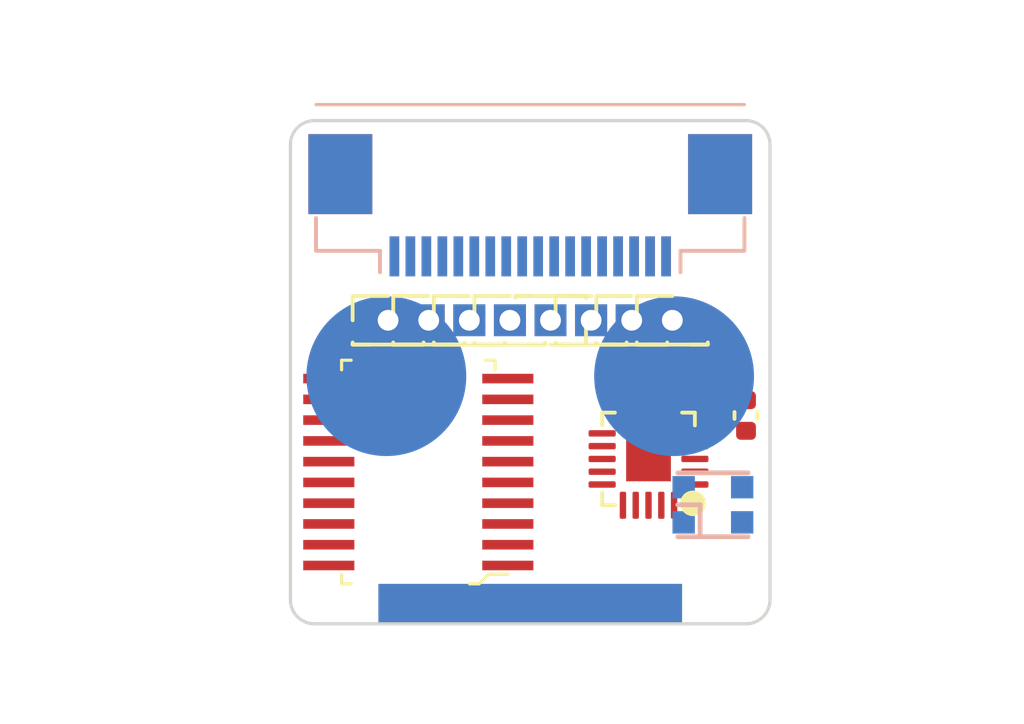
<source format=kicad_pcb>
(kicad_pcb (version 20221018) (generator pcbnew)
  (layers (0 "F.Cu" signal "Front") (1 "In1.Cu" signal) (2 "In2.Cu" signal) (31 "B.Cu" signal "Back") (34 "B.Paste" user) (35 "F.Paste" user) (36 "B.SilkS" user "B.Silkscreen") (37 "F.SilkS" user "F.Silkscreen") (38 "B.Mask" user) (39 "F.Mask" user) (44 "Edge.Cuts" user))
  (net 0 "")
  (net 1 "GND")
  (net 2 "/Vcap")
  (net 47 "LED_OUT")
  (net 48 "LED_IN")
  (net 49 "+3.3V")
  (footprint "Connector_PinHeader_1.27mm:PinHeader_1x01_P1.27mm_Vertical" (layer "F.Cu") (at 96.825 103.75)
    (fp_text reference "J5" hide)
    (fp_text value "Conn_01x01_Pin" hide)
    (fp_line (start -1.11 -0.76) (end 0 -0.76) (stroke (width 0.12)) (layer "F.SilkS"))
    (fp_line (start -1.11 0) (end -1.11 -0.76) (stroke (width 0.12)) (layer "F.SilkS"))
    (fp_line (start -1.11 0.76) (end -1.11 0.695) (stroke (width 0.12)) (layer "F.SilkS"))
    (fp_line (start -1.11 0.76) (end -0.563471 0.76) (stroke (width 0.12)) (layer "F.SilkS"))
    (fp_line (start -1.11 0.76) (end 1.11 0.76) (stroke (width 0.12)) (layer "F.SilkS"))
    (fp_line (start 0.563471 0.76) (end 1.11 0.76) (stroke (width 0.12)) (layer "F.SilkS"))
    (fp_line (start 1.11 0.76) (end 1.11 0.695) (stroke (width 0.12)) (layer "F.SilkS"))
    (pad "1" thru_hole rect (at 0 0) (size 1 1) (drill 0.65) (layers "*.Cu" "*.Mask"))
  )
  (footprint "00_custom-footprints:QFN-20-1EP_3x3mm_P0.4mm_EP1.4x1.4mm" (layer "F.Cu") (at 103.7 108.09 180)
    (fp_text reference "U1" hide)
    (fp_text value "HC32L110C6UA" hide)
    (fp_line (start -1.45 1.45) (end -1.45 1.05) (stroke (width 0.12)) (layer "F.SilkS"))
    (fp_line (start -1.05 1.45) (end -1.45 1.45) (stroke (width 0.12)) (layer "F.SilkS"))
    (fp_line (start 1.05 -1.45) (end 1.45 -1.45) (stroke (width 0.12)) (layer "F.SilkS"))
    (fp_line (start 1.45 -1.45) (end 1.45 -1.05) (stroke (width 0.12)) (layer "F.SilkS"))
    (fp_line (start 1.45 1.05) (end 1.45 1.45) (stroke (width 0.12)) (layer "F.SilkS"))
    (fp_line (start 1.45 1.45) (end 1.05 1.45) (stroke (width 0.12)) (layer "F.SilkS"))
    (fp_circle (center -1.39 -1.39) (end -0.99 -1.39) (fill solid) (layer "F.SilkS"))
    (pad "1" smd roundrect (at -1.45 -0.8 180) (size 0.85 0.2) (layers "F.Cu" "F.Paste" "F.Mask"))
    (pad "2" smd roundrect (at -1.45 -0.4 180) (size 0.85 0.2) (layers "F.Cu" "F.Paste" "F.Mask"))
    (pad "3" smd roundrect (at -1.45 0 180) (size 0.85 0.2) (layers "F.Cu" "F.Paste" "F.Mask"))
    (pad "4" smd roundrect (at -1.45 0.4 180) (size 0.85 0.2) (layers "F.Cu" "F.Paste" "F.Mask") (net 1 "GND"))
    (pad "5" smd roundrect (at -1.45 0.8 180) (size 0.85 0.2) (layers "F.Cu" "F.Paste" "F.Mask") (net 2 "/Vcap"))
    (pad "6" smd roundrect (at -0.8 1.45 180) (size 0.2 0.85) (layers "F.Cu" "F.Paste" "F.Mask") (net 49 "+3.3V"))
    (pad "7" smd roundrect (at -0.4 1.45 180) (size 0.2 0.85) (layers "F.Cu" "F.Paste" "F.Mask"))
    (pad "8" smd roundrect (at 0 1.45 180) (size 0.2 0.85) (layers "F.Cu" "F.Paste" "F.Mask"))
    (pad "9" smd roundrect (at 0.4 1.45 180) (size 0.2 0.85) (layers "F.Cu" "F.Paste" "F.Mask"))
    (pad "10" smd roundrect (at 0.8 1.45 180) (size 0.2 0.85) (layers "F.Cu" "F.Paste" "F.Mask"))
    (pad "11" smd roundrect (at 1.45 0.8 180) (size 0.85 0.2) (layers "F.Cu" "F.Paste" "F.Mask"))
    (pad "12" smd roundrect (at 1.45 0.4 180) (size 0.85 0.2) (layers "F.Cu" "F.Paste" "F.Mask"))
    (pad "13" smd roundrect (at 1.45 0 180) (size 0.85 0.2) (layers "F.Cu" "F.Paste" "F.Mask"))
    (pad "14" smd roundrect (at 1.45 -0.4 180) (size 0.85 0.2) (layers "F.Cu" "F.Paste" "F.Mask"))
    (pad "15" smd roundrect (at 1.45 -0.8 180) (size 0.85 0.2) (layers "F.Cu" "F.Paste" "F.Mask"))
    (pad "16" smd roundrect (at 0.8 -1.45 180) (size 0.2 0.85) (layers "F.Cu" "F.Paste" "F.Mask"))
    (pad "17" smd roundrect (at 0.4 -1.45 180) (size 0.2 0.85) (layers "F.Cu" "F.Paste" "F.Mask"))
    (pad "18" smd roundrect (at 0 -1.45 180) (size 0.2 0.85) (layers "F.Cu" "F.Paste" "F.Mask"))
    (pad "19" smd roundrect (at -0.4 -1.45 180) (size 0.2 0.85) (layers "F.Cu" "F.Paste" "F.Mask"))
    (pad "20" smd roundrect (at -0.8 -1.45 180) (size 0.2 0.85) (layers "F.Cu" "F.Paste" "F.Mask"))
    (pad "21" smd rect (at 0 0 180) (size 1.4 1.4) (layers "F.Cu" "F.Mask") (net 1 "GND"))
  )
  (footprint "Capacitor_SMD:C_0402_1005Metric" (layer "F.Cu") (at 106.75 106.73 -90)
    (fp_text reference "C1" hide)
    (fp_text value "4.7uF" hide)
    (fp_line (start -0.107836 -0.36) (end 0.107836 -0.36) (stroke (width 0.12)) (layer "F.SilkS"))
    (fp_line (start -0.107836 0.36) (end 0.107836 0.36) (stroke (width 0.12)) (layer "F.SilkS"))
    (pad "1" smd roundrect (at -0.48 0 270) (size 0.56 0.62) (layers "F.Cu" "F.Paste" "F.Mask") (net 1 "GND"))
    (pad "2" smd roundrect (at 0.48 0 270) (size 0.56 0.62) (layers "F.Cu" "F.Paste" "F.Mask") (net 2 "/Vcap"))
  )
  (footprint "Connector_FFC-FPC:XUNPU_FPC_05F_18P_H20" (layer "F.Cu") (at 100 101.75 180)
    (fp_text reference "J4" hide)
    (fp_text value "XF2J-1824-12A" hide)
    (fp_line (start -6.7 0.175) (end -6.7 1.2) (stroke (width 0.12)) (layer "F.SilkS"))
    (fp_line (start -6.7 4.75) (end 6.7 4.75) (stroke (width 0.1)) (layer "F.SilkS"))
    (fp_line (start -4.7 0.175) (end -6.7 0.175) (stroke (width 0.12)) (layer "F.SilkS"))
    (fp_line (start -4.7 0.175) (end -4.7 -0.5) (stroke (width 0.12)) (layer "F.SilkS"))
    (fp_line (start 4.7 0.175) (end 4.7 -0.5) (stroke (width 0.12)) (layer "F.SilkS"))
    (fp_line (start 4.7 0.175) (end 6.7 0.175) (stroke (width 0.12)) (layer "F.SilkS"))
    (fp_line (start 6.7 0.175) (end 6.7 1.2) (stroke (width 0.12)) (layer "F.SilkS"))
    (pad "1" smd rect (at -4.25 0 180) (size 0.3 1.25) (layers "F.Cu" "F.Paste" "F.Mask"))
    (pad "2" smd rect (at -3.75 0 180) (size 0.3 1.25) (layers "F.Cu" "F.Paste" "F.Mask"))
    (pad "3" smd rect (at -3.25 0 180) (size 0.3 1.25) (layers "F.Cu" "F.Paste" "F.Mask"))
    (pad "4" smd rect (at -2.75 0 180) (size 0.3 1.25) (layers "F.Cu" "F.Paste" "F.Mask"))
    (pad "5" smd rect (at -2.25 0 180) (size 0.3 1.25) (layers "F.Cu" "F.Paste" "F.Mask"))
    (pad "6" smd rect (at -1.75 0 180) (size 0.3 1.25) (layers "F.Cu" "F.Paste" "F.Mask"))
    (pad "7" smd rect (at -1.25 0 180) (size 0.3 1.25) (layers "F.Cu" "F.Paste" "F.Mask"))
    (pad "8" smd rect (at -0.75 0 180) (size 0.3 1.25) (layers "F.Cu" "F.Paste" "F.Mask"))
    (pad "9" smd rect (at -0.25 0 180) (size 0.3 1.25) (layers "F.Cu" "F.Paste" "F.Mask"))
    (pad "10" smd rect (at 0.25 0 180) (size 0.3 1.25) (layers "F.Cu" "F.Paste" "F.Mask"))
    (pad "11" smd rect (at 0.75 0 180) (size 0.3 1.25) (layers "F.Cu" "F.Paste" "F.Mask"))
    (pad "12" smd rect (at 1.25 0 180) (size 0.3 1.25) (layers "F.Cu" "F.Paste" "F.Mask"))
    (pad "13" smd rect (at 1.75 0 180) (size 0.3 1.25) (layers "F.Cu" "F.Paste" "F.Mask"))
    (pad "14" smd rect (at 2.25 0 180) (size 0.3 1.25) (layers "F.Cu" "F.Paste" "F.Mask"))
    (pad "15" smd rect (at 2.75 0 180) (size 0.3 1.25) (layers "F.Cu" "F.Paste" "F.Mask"))
    (pad "16" smd rect (at 3.25 0 180) (size 0.3 1.25) (layers "F.Cu" "F.Paste" "F.Mask"))
    (pad "17" smd rect (at 3.75 0 180) (size 0.3 1.25) (layers "F.Cu" "F.Paste" "F.Mask"))
    (pad "18" smd rect (at 4.25 0 180) (size 0.3 1.25) (layers "F.Cu" "F.Paste" "F.Mask"))
    (pad "MP" smd rect (at -5.94 2.575 180) (size 2 2.5) (layers "F.Cu" "F.Paste" "F.Mask"))
    (pad "MP" smd rect (at 5.94 2.575 180) (size 2 2.5) (layers "F.Cu" "F.Paste" "F.Mask"))
  )
  (footprint "Connector_PinHeader_1.27mm:PinHeader_1x01_P1.27mm_Vertical" (layer "F.Cu") (at 100.635 103.75 180)
    (fp_text reference "J2" hide)
    (fp_text value "Conn_01x01_Pin" hide)
    (fp_line (start -1.11 -0.76) (end 0 -0.76) (stroke (width 0.12)) (layer "F.SilkS"))
    (fp_line (start -1.11 0) (end -1.11 -0.76) (stroke (width 0.12)) (layer "F.SilkS"))
    (fp_line (start -1.11 0.76) (end -1.11 0.695) (stroke (width 0.12)) (layer "F.SilkS"))
    (fp_line (start -1.11 0.76) (end -0.563471 0.76) (stroke (width 0.12)) (layer "F.SilkS"))
    (fp_line (start -1.11 0.76) (end 1.11 0.76) (stroke (width 0.12)) (layer "F.SilkS"))
    (fp_line (start 0.563471 0.76) (end 1.11 0.76) (stroke (width 0.12)) (layer "F.SilkS"))
    (fp_line (start 1.11 0.76) (end 1.11 0.695) (stroke (width 0.12)) (layer "F.SilkS"))
    (pad "1" thru_hole rect (at 0 0 180) (size 1 1) (drill 0.65) (layers "*.Cu" "*.Mask"))
  )
  (footprint "Connector_PinHeader_1.27mm:PinHeader_1x01_P1.27mm_Vertical" (layer "F.Cu") (at 103.175 103.75)
    (fp_text reference "J8" hide)
    (fp_text value "Conn_01x01_Pin" hide)
    (fp_line (start -1.11 -0.76) (end 0 -0.76) (stroke (width 0.12)) (layer "F.SilkS"))
    (fp_line (start -1.11 0) (end -1.11 -0.76) (stroke (width 0.12)) (layer "F.SilkS"))
    (fp_line (start -1.11 0.76) (end -1.11 0.695) (stroke (width 0.12)) (layer "F.SilkS"))
    (fp_line (start -1.11 0.76) (end -0.563471 0.76) (stroke (width 0.12)) (layer "F.SilkS"))
    (fp_line (start -1.11 0.76) (end 1.11 0.76) (stroke (width 0.12)) (layer "F.SilkS"))
    (fp_line (start 0.563471 0.76) (end 1.11 0.76) (stroke (width 0.12)) (layer "F.SilkS"))
    (fp_line (start 1.11 0.76) (end 1.11 0.695) (stroke (width 0.12)) (layer "F.SilkS"))
    (pad "1" thru_hole rect (at 0 0) (size 1 1) (drill 0.65) (layers "*.Cu" "*.Mask"))
  )
  (footprint "Connector_PinHeader_1.27mm:PinHeader_1x01_P1.27mm_Vertical" (layer "F.Cu") (at 104.445 103.75)
    (fp_text reference "J1" hide)
    (fp_text value "Conn_01x01_Pin" hide)
    (fp_line (start -1.11 -0.76) (end 0 -0.76) (stroke (width 0.12)) (layer "F.SilkS"))
    (fp_line (start -1.11 0) (end -1.11 -0.76) (stroke (width 0.12)) (layer "F.SilkS"))
    (fp_line (start -1.11 0.76) (end -1.11 0.695) (stroke (width 0.12)) (layer "F.SilkS"))
    (fp_line (start -1.11 0.76) (end -0.563471 0.76) (stroke (width 0.12)) (layer "F.SilkS"))
    (fp_line (start -1.11 0.76) (end 1.11 0.76) (stroke (width 0.12)) (layer "F.SilkS"))
    (fp_line (start 0.563471 0.76) (end 1.11 0.76) (stroke (width 0.12)) (layer "F.SilkS"))
    (fp_line (start 1.11 0.76) (end 1.11 0.695) (stroke (width 0.12)) (layer "F.SilkS"))
    (pad "1" thru_hole rect (at 0 0) (size 1 1) (drill 0.65) (layers "*.Cu" "*.Mask"))
  )
  (footprint "digikey-footprints:TSSOP-20_W4.4mm" (layer "F.Cu") (at 96.5 108.5 90)
    (fp_text reference "U2" hide)
    (fp_text value "74HC688" hide)
    (fp_line (start -3.5 -2.4) (end -3.5 -2.1) (stroke (width 0.1)) (layer "F.SilkS"))
    (fp_line (start -3.5 1.6) (end -3.5 1.9) (stroke (width 0.1)) (layer "F.SilkS"))
    (fp_line (start -3.5 1.9) (end -3.2 2.2) (stroke (width 0.1)) (layer "F.SilkS"))
    (fp_line (start -3.2 -2.4) (end -3.5 -2.4) (stroke (width 0.1)) (layer "F.SilkS"))
    (fp_line (start -3.2 2.2) (end -3.2 2.8) (stroke (width 0.1)) (layer "F.SilkS"))
    (fp_line (start 3.2 -2.4) (end 3.5 -2.4) (stroke (width 0.1)) (layer "F.SilkS"))
    (fp_line (start 3.5 -2.4) (end 3.5 -2.1) (stroke (width 0.1)) (layer "F.SilkS"))
    (fp_line (start 3.5 2.4) (end 3.2 2.4) (stroke (width 0.1)) (layer "F.SilkS"))
    (fp_line (start 3.5 2.4) (end 3.5 2.1) (stroke (width 0.1)) (layer "F.SilkS"))
    (pad "1" smd rect (at -2.925 2.8 90) (size 0.3 1.6) (layers "F.Cu" "F.Paste" "F.Mask"))
    (pad "2" smd rect (at -2.275 2.8 90) (size 0.3 1.6) (layers "F.Cu" "F.Paste" "F.Mask"))
    (pad "3" smd rect (at -1.625 2.8 90) (size 0.3 1.6) (layers "F.Cu" "F.Paste" "F.Mask"))
    (pad "4" smd rect (at -0.975 2.8 90) (size 0.3 1.6) (layers "F.Cu" "F.Paste" "F.Mask"))
    (pad "5" smd rect (at -0.325 2.8 90) (size 0.3 1.6) (layers "F.Cu" "F.Paste" "F.Mask"))
    (pad "6" smd rect (at 0.325 2.8 90) (size 0.3 1.6) (layers "F.Cu" "F.Paste" "F.Mask"))
    (pad "7" smd rect (at 0.975 2.8 90) (size 0.3 1.6) (layers "F.Cu" "F.Paste" "F.Mask"))
    (pad "8" smd rect (at 1.625 2.8 90) (size 0.3 1.6) (layers "F.Cu" "F.Paste" "F.Mask"))
    (pad "9" smd rect (at 2.275 2.8 90) (size 0.3 1.6) (layers "F.Cu" "F.Paste" "F.Mask"))
    (pad "10" smd rect (at 2.925 2.8 90) (size 0.3 1.6) (layers "F.Cu" "F.Paste" "F.Mask"))
    (pad "11" smd rect (at 2.925 -2.8 90) (size 0.3 1.6) (layers "F.Cu" "F.Paste" "F.Mask"))
    (pad "12" smd rect (at 2.275 -2.8 90) (size 0.3 1.6) (layers "F.Cu" "F.Paste" "F.Mask"))
    (pad "13" smd rect (at 1.625 -2.8 90) (size 0.3 1.6) (layers "F.Cu" "F.Paste" "F.Mask"))
    (pad "14" smd rect (at 0.975 -2.8 90) (size 0.3 1.6) (layers "F.Cu" "F.Paste" "F.Mask"))
    (pad "15" smd rect (at 0.325 -2.8 90) (size 0.3 1.6) (layers "F.Cu" "F.Paste" "F.Mask"))
    (pad "16" smd rect (at -0.325 -2.8 90) (size 0.3 1.6) (layers "F.Cu" "F.Paste" "F.Mask"))
    (pad "17" smd rect (at -0.975 -2.8 90) (size 0.3 1.6) (layers "F.Cu" "F.Paste" "F.Mask"))
    (pad "18" smd rect (at -1.625 -2.8 90) (size 0.3 1.6) (layers "F.Cu" "F.Paste" "F.Mask"))
    (pad "19" smd rect (at -2.275 -2.8 90) (size 0.3 1.6) (layers "F.Cu" "F.Paste" "F.Mask"))
    (pad "20" smd rect (at -2.925 -2.8 90) (size 0.3 1.6) (layers "F.Cu" "F.Paste" "F.Mask"))
  )
  (footprint "Connector_PinHeader_1.27mm:PinHeader_1x01_P1.27mm_Vertical" (layer "F.Cu") (at 98.095 103.75)
    (fp_text reference "J7" hide)
    (fp_text value "Conn_01x01_Pin" hide)
    (fp_line (start -1.11 -0.76) (end 0 -0.76) (stroke (width 0.12)) (layer "F.SilkS"))
    (fp_line (start -1.11 0) (end -1.11 -0.76) (stroke (width 0.12)) (layer "F.SilkS"))
    (fp_line (start -1.11 0.76) (end -1.11 0.695) (stroke (width 0.12)) (layer "F.SilkS"))
    (fp_line (start -1.11 0.76) (end -0.563471 0.76) (stroke (width 0.12)) (layer "F.SilkS"))
    (fp_line (start -1.11 0.76) (end 1.11 0.76) (stroke (width 0.12)) (layer "F.SilkS"))
    (fp_line (start 0.563471 0.76) (end 1.11 0.76) (stroke (width 0.12)) (layer "F.SilkS"))
    (fp_line (start 1.11 0.76) (end 1.11 0.695) (stroke (width 0.12)) (layer "F.SilkS"))
    (pad "1" thru_hole rect (at 0 0) (size 1 1) (drill 0.65) (layers "*.Cu" "*.Mask"))
  )
  (footprint "Connector_PinHeader_1.27mm:PinHeader_1x01_P1.27mm_Vertical" (layer "F.Cu") (at 95.555 103.75)
    (fp_text reference "J3" hide)
    (fp_text value "Conn_01x01_Pin" hide)
    (fp_line (start -1.11 -0.76) (end 0 -0.76) (stroke (width 0.12)) (layer "F.SilkS"))
    (fp_line (start -1.11 0) (end -1.11 -0.76) (stroke (width 0.12)) (layer "F.SilkS"))
    (fp_line (start -1.11 0.76) (end -1.11 0.695) (stroke (width 0.12)) (layer "F.SilkS"))
    (fp_line (start -1.11 0.76) (end -0.563471 0.76) (stroke (width 0.12)) (layer "F.SilkS"))
    (fp_line (start -1.11 0.76) (end 1.11 0.76) (stroke (width 0.12)) (layer "F.SilkS"))
    (fp_line (start 0.563471 0.76) (end 1.11 0.76) (stroke (width 0.12)) (layer "F.SilkS"))
    (fp_line (start 1.11 0.76) (end 1.11 0.695) (stroke (width 0.12)) (layer "F.SilkS"))
    (pad "1" thru_hole rect (at 0 0) (size 1 1) (drill 0.65) (layers "*.Cu" "*.Mask"))
  )
  (footprint "Connector_PinHeader_1.27mm:PinHeader_1x01_P1.27mm_Vertical" (layer "F.Cu") (at 101.905 103.75)
    (fp_text reference "J6" hide)
    (fp_text value "Conn_01x01_Pin" hide)
    (fp_line (start -1.11 -0.76) (end 0 -0.76) (stroke (width 0.12)) (layer "F.SilkS"))
    (fp_line (start -1.11 0) (end -1.11 -0.76) (stroke (width 0.12)) (layer "F.SilkS"))
    (fp_line (start -1.11 0.76) (end -1.11 0.695) (stroke (width 0.12)) (layer "F.SilkS"))
    (fp_line (start -1.11 0.76) (end -0.563471 0.76) (stroke (width 0.12)) (layer "F.SilkS"))
    (fp_line (start -1.11 0.76) (end 1.11 0.76) (stroke (width 0.12)) (layer "F.SilkS"))
    (fp_line (start 0.563471 0.76) (end 1.11 0.76) (stroke (width 0.12)) (layer "F.SilkS"))
    (fp_line (start 1.11 0.76) (end 1.11 0.695) (stroke (width 0.12)) (layer "F.SilkS"))
    (pad "1" thru_hole rect (at 0 0) (size 1 1) (drill 0.65) (layers "*.Cu" "*.Mask"))
  )
  (footprint "Connector_PinHeader_1.27mm:PinHeader_1x01_P1.27mm_Vertical" (layer "F.Cu") (at 99.365 103.75)
    (fp_text reference "J9" hide)
    (fp_text value "Conn_01x01_Pin" hide)
    (fp_line (start -1.11 -0.76) (end 0 -0.76) (stroke (width 0.12)) (layer "F.SilkS"))
    (fp_line (start -1.11 0) (end -1.11 -0.76) (stroke (width 0.12)) (layer "F.SilkS"))
    (fp_line (start -1.11 0.76) (end -1.11 0.695) (stroke (width 0.12)) (layer "F.SilkS"))
    (fp_line (start -1.11 0.76) (end -0.563471 0.76) (stroke (width 0.12)) (layer "F.SilkS"))
    (fp_line (start -1.11 0.76) (end 1.11 0.76) (stroke (width 0.12)) (layer "F.SilkS"))
    (fp_line (start 0.563471 0.76) (end 1.11 0.76) (stroke (width 0.12)) (layer "F.SilkS"))
    (fp_line (start 1.11 0.76) (end 1.11 0.695) (stroke (width 0.12)) (layer "F.SilkS"))
    (pad "1" thru_hole rect (at 0 0) (size 1 1) (drill 0.65) (layers "*.Cu" "*.Mask"))
  )
  (footprint "Connector_FFC-FPC:XUNPU_FPC_05F_18P_H20" (layer "B.Cu") (at 100 101.75)
    (fp_text reference "J10" hide)
    (fp_text value "XF2J-1824-12A" hide)
    (fp_line (start -6.7 -4.75) (end 6.7 -4.75) (stroke (width 0.1)) (layer "B.SilkS"))
    (fp_line (start -6.7 -0.175) (end -6.7 -1.2) (stroke (width 0.12)) (layer "B.SilkS"))
    (fp_line (start -4.7 -0.175) (end -6.7 -0.175) (stroke (width 0.12)) (layer "B.SilkS"))
    (fp_line (start -4.7 -0.175) (end -4.7 0.5) (stroke (width 0.12)) (layer "B.SilkS"))
    (fp_line (start 4.7 -0.175) (end 4.7 0.5) (stroke (width 0.12)) (layer "B.SilkS"))
    (fp_line (start 4.7 -0.175) (end 6.7 -0.175) (stroke (width 0.12)) (layer "B.SilkS"))
    (fp_line (start 6.7 -0.175) (end 6.7 -1.2) (stroke (width 0.12)) (layer "B.SilkS"))
    (pad "1" smd rect (at -4.25 0) (size 0.3 1.25) (layers "B.Cu" "B.Paste" "B.Mask"))
    (pad "2" smd rect (at -3.75 0) (size 0.3 1.25) (layers "B.Cu" "B.Paste" "B.Mask"))
    (pad "3" smd rect (at -3.25 0) (size 0.3 1.25) (layers "B.Cu" "B.Paste" "B.Mask"))
    (pad "4" smd rect (at -2.75 0) (size 0.3 1.25) (layers "B.Cu" "B.Paste" "B.Mask"))
    (pad "5" smd rect (at -2.25 0) (size 0.3 1.25) (layers "B.Cu" "B.Paste" "B.Mask"))
    (pad "6" smd rect (at -1.75 0) (size 0.3 1.25) (layers "B.Cu" "B.Paste" "B.Mask"))
    (pad "7" smd rect (at -1.25 0) (size 0.3 1.25) (layers "B.Cu" "B.Paste" "B.Mask"))
    (pad "8" smd rect (at -0.75 0) (size 0.3 1.25) (layers "B.Cu" "B.Paste" "B.Mask"))
    (pad "9" smd rect (at -0.25 0) (size 0.3 1.25) (layers "B.Cu" "B.Paste" "B.Mask"))
    (pad "10" smd rect (at 0.25 0) (size 0.3 1.25) (layers "B.Cu" "B.Paste" "B.Mask"))
    (pad "11" smd rect (at 0.75 0) (size 0.3 1.25) (layers "B.Cu" "B.Paste" "B.Mask"))
    (pad "12" smd rect (at 1.25 0) (size 0.3 1.25) (layers "B.Cu" "B.Paste" "B.Mask"))
    (pad "13" smd rect (at 1.75 0) (size 0.3 1.25) (layers "B.Cu" "B.Paste" "B.Mask"))
    (pad "14" smd rect (at 2.25 0) (size 0.3 1.25) (layers "B.Cu" "B.Paste" "B.Mask"))
    (pad "15" smd rect (at 2.75 0) (size 0.3 1.25) (layers "B.Cu" "B.Paste" "B.Mask"))
    (pad "16" smd rect (at 3.25 0) (size 0.3 1.25) (layers "B.Cu" "B.Paste" "B.Mask"))
    (pad "17" smd rect (at 3.75 0) (size 0.3 1.25) (layers "B.Cu" "B.Paste" "B.Mask"))
    (pad "18" smd rect (at 4.25 0) (size 0.3 1.25) (layers "B.Cu" "B.Paste" "B.Mask"))
    (pad "MP" smd rect (at -5.94 -2.575) (size 2 2.5) (layers "B.Cu" "B.Paste" "B.Mask"))
    (pad "MP" smd rect (at 5.94 -2.575) (size 2 2.5) (layers "B.Cu" "B.Paste" "B.Mask"))
  )
  (footprint "00_custom-footprints:WS2812-2020" (layer "B.Cu") (at 105.715 109.525 180)
    (fp_text reference "LED1" hide)
    (fp_text value "WS2812-2020" hide)
    (fp_line (start -1.1 -1) (end 1.1 -1) (stroke (width 0.15)) (layer "B.SilkS"))
    (fp_line (start -1.1 1) (end 1.1 1) (stroke (width 0.15)) (layer "B.SilkS"))
    (fp_line (start 0.4 -1) (end 0.4 0) (stroke (width 0.15)) (layer "B.SilkS"))
    (fp_line (start 0.4 0) (end 1.1 0) (stroke (width 0.15)) (layer "B.SilkS"))
    (pad "1" smd rect (at 0.915 -0.55 180) (size 0.7 0.7) (layers "B.Cu" "B.Paste" "B.Mask") (net 47 "LED_OUT"))
    (pad "2" smd rect (at 0.915 0.55 180) (size 0.7 0.7) (layers "B.Cu" "B.Paste" "B.Mask") (net 1 "GND"))
    (pad "3" smd rect (at -0.915 0.55 180) (size 0.7 0.7) (layers "B.Cu" "B.Paste" "B.Mask") (net 48 "LED_IN"))
    (pad "4" smd rect (at -0.915 -0.55 180) (size 0.7 0.7) (layers "B.Cu" "B.Paste" "B.Mask") (net 49 "+3.3V"))
  )
  (gr_circle (center 104.5 105.5) (end 107 105.5) (fill solid) (layer "B.Cu"))
  (gr_circle (center 95.5 105.5) (end 98 105.5) (fill solid) (layer "B.Cu"))
  (gr_rect (start 95.25 112) (end 104.75 113.25) (fill solid) (layer "B.Cu"))
  (gr_line (start 92.5 98.25) (end 92.5 112.5) (stroke (width 0.1)) (layer "Edge.Cuts"))
  (gr_arc (start 106.75 97.499999) (mid 107.280331 97.719669) (end 107.5 98.249999) (stroke (width 0.1)) (layer "Edge.Cuts"))
  (gr_line (start 93.249999 113.25) (end 106.749999 113.25) (stroke (width 0.1)) (layer "Edge.Cuts"))
  (gr_line (start 106.75 97.499999) (end 93.25 97.5) (stroke (width 0.1)) (layer "Edge.Cuts"))
  (gr_arc (start 92.5 98.25) (mid 92.71967 97.71967) (end 93.25 97.5) (stroke (width 0.1)) (layer "Edge.Cuts"))
  (gr_arc (start 107.499999 112.5) (mid 107.280329 113.03033) (end 106.749999 113.25) (stroke (width 0.1)) (layer "Edge.Cuts"))
  (gr_arc (start 93.249999 113.25) (mid 92.719669 113.03033) (end 92.5 112.5) (stroke (width 0.1)) (layer "Edge.Cuts"))
  (gr_line (start 107.5 98.249999) (end 107.499999 112.5) (stroke (width 0.1)) (layer "Edge.Cuts"))
)
</source>
